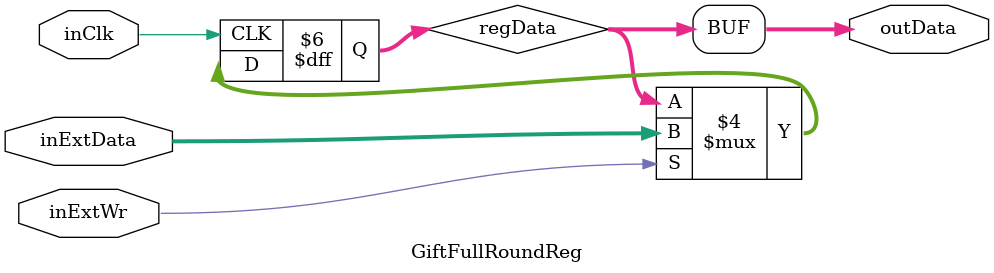
<source format=v>

module GiftFullRoundReg(
    input wire inClk,
    input wire inExtWr,
    input wire [127:0] inExtData,
    output wire [127:0] outData
);

reg [127:0] regData = 128'b0;

always @ (posedge(inClk))
begin
    if(inExtWr == 1'b1) begin
        regData <= inExtData;
    end
end

assign outData = regData;


endmodule
</source>
